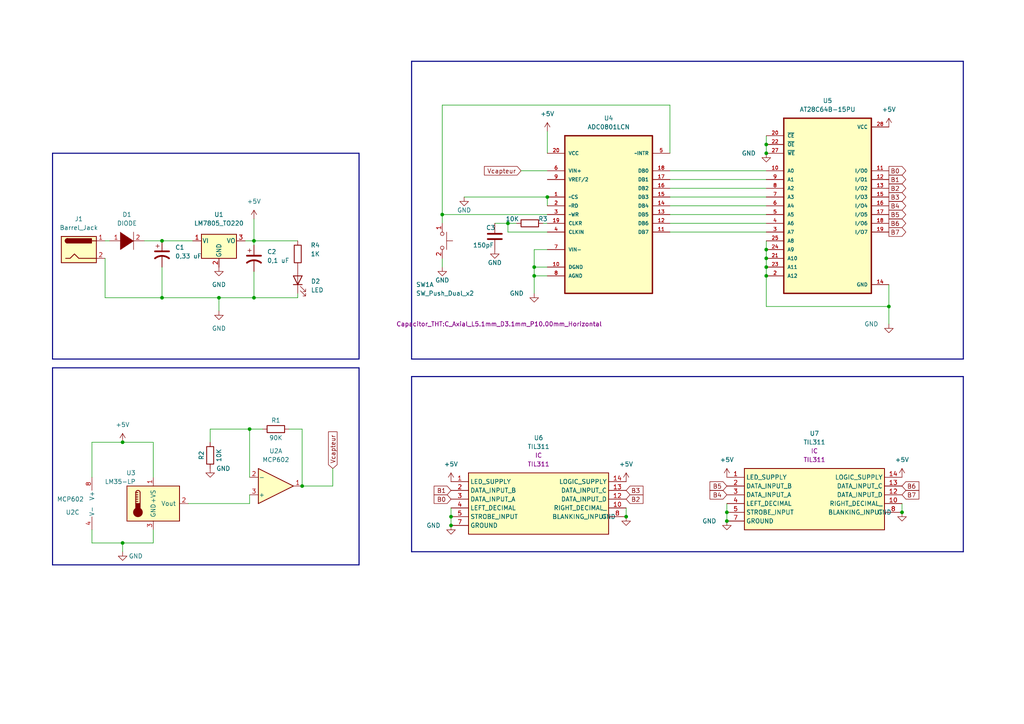
<source format=kicad_sch>
(kicad_sch (version 20211123) (generator eeschema)
  (paper "A4")
  (title_block (title "Carte Analogique capteur de température ") (date "2023-12-12") (rev "0") (company "ESME") (comment 1 "12_12_2023 : Création du schéma") (comment 2 "15_12_2023 : Fin de la saisie début du routage"))
  (lib_symbols
    (symbol "ADC0801LCN:ADC0801LCN" (pin_names (offset 1.016))
      (property "Reference" "U" (at -5.5907 22.2105 0))
      (property "Value" "ADC0801LCN" (at -6.8168 -28.1067 0))
      (symbol "ADC0801LCN_0_0"
        (rectangle (start -12.7 -25.4) (end 12.7 20.32) (stroke (width 0.4064)) (fill (type background)))
        (pin input line (at -17.78 2.54 0) (length 5.08) (name "~CS") (number "1"))
        (pin passive line (at -17.78 -17.78 0) (length 5.08) (name "DGND") (number "10"))
        (pin output line (at 17.78 -7.62 180) (length 5.08) (name "DB7") (number "11"))
        (pin output line (at 17.78 -5.08 180) (length 5.08) (name "DB6") (number "12"))
        (pin output line (at 17.78 -2.54 180) (length 5.08) (name "DB5") (number "13"))
        (pin output line (at 17.78 0 180) (length 5.08) (name "DB4") (number "14"))
        (pin output line (at 17.78 2.54 180) (length 5.08) (name "DB3") (number "15"))
        (pin output line (at 17.78 5.08 180) (length 5.08) (name "DB2") (number "16"))
        (pin output line (at 17.78 7.62 180) (length 5.08) (name "DB1") (number "17"))
        (pin output line (at 17.78 10.16 180) (length 5.08) (name "DB0") (number "18"))
        (pin input line (at -17.78 -5.08 0) (length 5.08) (name "CLKR") (number "19"))
        (pin input line (at -17.78 0 0) (length 5.08) (name "~RD") (number "2"))
        (pin power_in line (at -17.78 15.24 0) (length 5.08) (name "VCC") (number "20"))
        (pin input line (at -17.78 -2.54 0) (length 5.08) (name "~WR") (number "3"))
        (pin input line (at -17.78 -7.62 0) (length 5.08) (name "CLKIN") (number "4"))
        (pin output line (at 17.78 15.24 180) (length 5.08) (name "~INTR") (number "5"))
        (pin power_in line (at -17.78 10.16 0) (length 5.08) (name "VIN+") (number "6"))
        (pin power_in line (at -17.78 -12.7 0) (length 5.08) (name "VIN-") (number "7"))
        (pin passive line (at -17.78 -20.32 0) (length 5.08) (name "AGND") (number "8"))
        (pin power_in line (at -17.78 7.62 0) (length 5.08) (name "VREF/2") (number "9"))
      )
    )
    (symbol "AT28C64B-15PU:AT28C64B-15PU" (pin_names (offset 1.016))
      (property "Reference" "U" (at -12.7 26.4 0))
      (property "Value" "AT28C64B-15PU" (at -12.7 -29.4 0))
      (symbol "AT28C64B-15PU_0_0"
        (rectangle (start -12.7 -25.4) (end 12.7 25.4) (stroke (width 0.41)) (fill (type background)))
        (pin input line (at -17.78 10.16 0) (length 5.08) (name "A0") (number "10"))
        (pin bidirectional line (at 17.78 10.16 180) (length 5.08) (name "I/O0") (number "11"))
        (pin bidirectional line (at 17.78 7.62 180) (length 5.08) (name "I/O1") (number "12"))
        (pin bidirectional line (at 17.78 5.08 180) (length 5.08) (name "I/O2") (number "13"))
        (pin power_in line (at 17.78 -22.86 180) (length 5.08) (name "GND") (number "14"))
        (pin bidirectional line (at 17.78 2.54 180) (length 5.08) (name "I/O3") (number "15"))
        (pin bidirectional line (at 17.78 0 180) (length 5.08) (name "I/O4") (number "16"))
        (pin bidirectional line (at 17.78 -2.54 180) (length 5.08) (name "I/O5") (number "17"))
        (pin bidirectional line (at 17.78 -5.08 180) (length 5.08) (name "I/O6") (number "18"))
        (pin bidirectional line (at 17.78 -7.62 180) (length 5.08) (name "I/O7") (number "19"))
        (pin input line (at -17.78 -20.32 0) (length 5.08) (name "A12") (number "2"))
        (pin input line (at -17.78 20.32 0) (length 5.08) (name "~{CE}") (number "20"))
        (pin input line (at -17.78 -15.24 0) (length 5.08) (name "A10") (number "21"))
        (pin input line (at -17.78 17.78 0) (length 5.08) (name "~{OE}") (number "22"))
        (pin input line (at -17.78 -17.78 0) (length 5.08) (name "A11") (number "23"))
        (pin input line (at -17.78 -12.7 0) (length 5.08) (name "A9") (number "24"))
        (pin input line (at -17.78 -10.16 0) (length 5.08) (name "A8") (number "25"))
        (pin input line (at -17.78 15.24 0) (length 5.08) (name "~{WE}") (number "27"))
        (pin power_in line (at 17.78 22.86 180) (length 5.08) (name "VCC") (number "28"))
        (pin input line (at -17.78 -7.62 0) (length 5.08) (name "A7") (number "3"))
        (pin input line (at -17.78 -5.08 0) (length 5.08) (name "A6") (number "4"))
        (pin input line (at -17.78 -2.54 0) (length 5.08) (name "A5") (number "5"))
        (pin input line (at -17.78 0 0) (length 5.08) (name "A4") (number "6"))
        (pin input line (at -17.78 2.54 0) (length 5.08) (name "A3") (number "7"))
        (pin input line (at -17.78 5.08 0) (length 5.08) (name "A2") (number "8"))
        (pin input line (at -17.78 7.62 0) (length 5.08) (name "A1") (number "9"))
      )
    )
    (symbol "Amplifier_Operational:MCP602" (pin_names (offset 0.127))
      (property "Reference" "U" (at 0 5.08 0))
      (property "Value" "MCP602" (at 0 -5.08 0))
      (symbol "MCP602_1_1"
        (polyline (pts (xy -5.08 5.08) (xy 5.08 0) (xy -5.08 -5.08) (xy -5.08 5.08)) (stroke (width 0.254)) (fill (type background)))
        (pin output line (at 7.62 0 180) (length 2.54) (name "~") (number "1"))
        (pin input line (at -7.62 -2.54 0) (length 2.54) (name "-") (number "2"))
        (pin input line (at -7.62 2.54 0) (length 2.54) (name "+") (number "3"))
      )
      (symbol "MCP602_2_1"
        (polyline (pts (xy -5.08 5.08) (xy 5.08 0) (xy -5.08 -5.08) (xy -5.08 5.08)) (stroke (width 0.254)) (fill (type background)))
        (pin input line (at -7.62 2.54 0) (length 2.54) (name "+") (number "5"))
        (pin input line (at -7.62 -2.54 0) (length 2.54) (name "-") (number "6"))
        (pin output line (at 7.62 0 180) (length 2.54) (name "~") (number "7"))
      )
      (symbol "MCP602_3_1"
        (pin power_in line (at -2.54 -7.62 90) (length 3.81) (name "V-") (number "4"))
        (pin power_in line (at -2.54 7.62 270) (length 3.81) (name "V+") (number "8"))
      )
    )
    (symbol "Connector:Barrel_Jack" (pin_names (offset 1.016))
      (property "Reference" "J" (at 0 5.334 0))
      (property "Value" "Barrel_Jack" (at 0 -5.08 0))
      (symbol "Barrel_Jack_0_1"
        (rectangle (start -5.08 3.81) (end 5.08 -3.81) (stroke (width 0.254)) (fill (type background)))
        (arc (start -3.302 3.175) (mid -3.937 2.54) (end -3.302 1.905) (stroke (width 0.254)))
        (arc (start -3.302 3.175) (mid -3.937 2.54) (end -3.302 1.905) (stroke (width 0.254)) (fill (type outline)))
        (polyline (pts (xy 5.08 2.54) (xy 3.81 2.54)) (stroke (width 0.254)))
        (polyline (pts (xy -3.81 -2.54) (xy -2.54 -2.54) (xy -1.27 -1.27) (xy 0 -2.54) (xy 2.54 -2.54) (xy 5.08 -2.54)) (stroke (width 0.254)))
        (rectangle (start 3.683 3.175) (end -3.302 1.905) (stroke (width 0.254)) (fill (type outline)))
      )
      (symbol "Barrel_Jack_1_1"
        (pin passive line (at 7.62 2.54 180) (length 2.54) (name "~") (number "1"))
        (pin passive line (at 7.62 -2.54 180) (length 2.54) (name "~") (number "2"))
      )
    )
    (symbol "Device:C" (pin_numbers hide) (pin_names (offset 0.254))
      (property "Reference" "C" (at 0.635 2.54 0))
      (property "Value" "C" (at 0.635 -2.54 0))
      (symbol "C_0_1"
        (polyline (pts (xy -2.032 -0.762) (xy 2.032 -0.762)) (stroke (width 0.508)))
        (polyline (pts (xy -2.032 0.762) (xy 2.032 0.762)) (stroke (width 0.508)))
      )
      (symbol "C_1_1"
        (pin passive line (at 0 3.81 270) (length 2.794) (name "~") (number "1"))
        (pin passive line (at 0 -3.81 90) (length 2.794) (name "~") (number "2"))
      )
    )
    (symbol "Device:C_Polarized_US" (pin_numbers hide) (pin_names (offset 0.254) hide)
      (property "Reference" "C" (at 0.635 2.54 0))
      (property "Value" "C_Polarized_US" (at 0.635 -2.54 0))
      (symbol "C_Polarized_US_0_1"
        (polyline (pts (xy -2.032 0.762) (xy 2.032 0.762)) (stroke (width 0.508)))
        (polyline (pts (xy -1.778 2.286) (xy -0.762 2.286)))
        (polyline (pts (xy -1.27 1.778) (xy -1.27 2.794)))
        (arc (start 2.032 -1.27) (mid 0 -0.5572) (end -2.032 -1.27) (stroke (width 0.508)))
      )
      (symbol "C_Polarized_US_1_1"
        (pin passive line (at 0 3.81 270) (length 2.794) (name "~") (number "1"))
        (pin passive line (at 0 -3.81 90) (length 3.302) (name "~") (number "2"))
      )
    )
    (symbol "Device:LED" (pin_numbers hide) (pin_names (offset 1.016) hide)
      (property "Reference" "D" (at 0 2.54 0))
      (property "Value" "LED" (at 0 -2.54 0))
      (symbol "LED_0_1"
        (polyline (pts (xy -1.27 -1.27) (xy -1.27 1.27)) (stroke (width 0.254)))
        (polyline (pts (xy -1.27 0) (xy 1.27 0)))
        (polyline (pts (xy 1.27 -1.27) (xy 1.27 1.27) (xy -1.27 0) (xy 1.27 -1.27)) (stroke (width 0.254)))
        (polyline (pts (xy -3.048 -0.762) (xy -4.572 -2.286) (xy -3.81 -2.286) (xy -4.572 -2.286) (xy -4.572 -1.524)))
        (polyline (pts (xy -1.778 -0.762) (xy -3.302 -2.286) (xy -2.54 -2.286) (xy -3.302 -2.286) (xy -3.302 -1.524)))
      )
      (symbol "LED_1_1"
        (pin passive line (at -3.81 0 0) (length 2.54) (name "K") (number "1"))
        (pin passive line (at 3.81 0 180) (length 2.54) (name "A") (number "2"))
      )
    )
    (symbol "Device:R" (pin_numbers hide) (pin_names (offset 0))
      (property "Reference" "R" (at 2.032 0 90))
      (property "Value" "R" (at 0 0 90))
      (symbol "R_0_1"
        (rectangle (start -1.016 -2.54) (end 1.016 2.54) (stroke (width 0.254)))
      )
      (symbol "R_1_1"
        (pin passive line (at 0 3.81 270) (length 1.27) (name "~") (number "1"))
        (pin passive line (at 0 -3.81 90) (length 1.27) (name "~") (number "2"))
      )
    )
    (symbol "Regulator_Linear:LM7805_TO220" (pin_names (offset 0.254))
      (property "Reference" "U" (at -3.81 3.175 0))
      (property "Value" "LM7805_TO220" (at 0 3.175 0))
      (symbol "LM7805_TO220_0_1"
        (rectangle (start -5.08 1.905) (end 5.08 -5.08) (stroke (width 0.254)) (fill (type background)))
      )
      (symbol "LM7805_TO220_1_1"
        (pin power_in line (at -7.62 0 0) (length 2.54) (name "VI") (number "1"))
        (pin power_in line (at 0 -7.62 90) (length 2.54) (name "GND") (number "2"))
        (pin power_out line (at 7.62 0 180) (length 2.54) (name "VO") (number "3"))
      )
    )
    (symbol "Sensor_Temperature:LM35-LP" (pin_names (offset 1.016))
      (property "Reference" "U" (at -6.35 6.35 0))
      (property "Value" "LM35-LP" (at 1.27 6.35 0))
      (symbol "LM35-LP_0_1"
        (rectangle (start -7.62 5.08) (end 7.62 -5.08) (stroke (width 0.254)) (fill (type background)))
        (circle (center -4.445 -2.54) (radius 1.27) (stroke (width 0.254)) (fill (type outline)))
        (rectangle (start -3.81 -1.905) (end -5.08 0) (stroke (width 0.254)) (fill (type outline)))
        (arc (start -3.81 3.175) (mid -4.445 3.81) (end -5.08 3.175) (stroke (width 0.254)))
        (polyline (pts (xy -5.08 0.635) (xy -4.445 0.635)) (stroke (width 0.254)))
        (polyline (pts (xy -5.08 1.27) (xy -4.445 1.27)) (stroke (width 0.254)))
        (polyline (pts (xy -5.08 1.905) (xy -4.445 1.905)) (stroke (width 0.254)))
        (polyline (pts (xy -5.08 2.54) (xy -4.445 2.54)) (stroke (width 0.254)))
        (polyline (pts (xy -5.08 3.175) (xy -5.08 0)) (stroke (width 0.254)))
        (polyline (pts (xy -5.08 3.175) (xy -4.445 3.175)) (stroke (width 0.254)))
        (polyline (pts (xy -3.81 3.175) (xy -3.81 0)) (stroke (width 0.254)))
      )
      (symbol "LM35-LP_1_1"
        (pin power_in line (at 0 7.62 270) (length 2.54) (name "+VS") (number "1"))
        (pin output line (at 10.16 0 180) (length 2.54) (name "Vout") (number "2"))
        (pin power_in line (at 0 -7.62 90) (length 2.54) (name "GND") (number "3"))
      )
    )
    (symbol "Switch:SW_Push_Dual_x2" (pin_names (offset 1.016) hide)
      (property "Reference" "SW" (at 1.27 2.54 0))
      (property "Value" "SW_Push_Dual_x2" (at 0 -1.524 0))
      (symbol "SW_Push_Dual_x2_0_1"
        (circle (center -2.032 0) (radius 0.508))
        (polyline (pts (xy 0 1.27) (xy 0 3.048)))
        (polyline (pts (xy 2.54 1.27) (xy -2.54 1.27)))
        (circle (center 2.032 0) (radius 0.508))
      )
      (symbol "SW_Push_Dual_x2_1_1"
        (pin passive line (at -5.08 0 0) (length 2.54) (name "C") (number "1"))
        (pin passive line (at 5.08 0 180) (length 2.54) (name "D") (number "2"))
      )
      (symbol "SW_Push_Dual_x2_2_1"
        (pin passive line (at -5.08 0 0) (length 2.54) (name "C") (number "3"))
        (pin passive line (at 5.08 0 180) (length 2.54) (name "D") (number "4"))
      )
    )
    (symbol "TIL311:TIL311"
      (property "Value" "TIL311" (at 0 0 0))
      (property "Reference_1" "IC" (at 46.99 7.62 0))
      (property "Value_1" "TIL311" (at 46.99 5.08 0))
      (symbol "TIL311_1_1"
        (rectangle (start 5.08 2.54) (end 45.72 -15.24) (stroke (width 0.254)) (fill (type background)))
        (pin passive line (at 0 0 0) (length 5.08) (name "LED_SUPPLY") (number "1"))
        (pin passive line (at 50.8 -7.62 180) (length 5.08) (name "RIGHT_DECIMAL_") (number "10"))
        (pin passive line (at 50.8 -5.08 180) (length 5.08) (name "DATA_INPUT_D") (number "12"))
        (pin passive line (at 50.8 -2.54 180) (length 5.08) (name "DATA_INPUT_C") (number "13"))
        (pin passive line (at 50.8 0 180) (length 5.08) (name "LOGIC_SUPPLY") (number "14"))
        (pin passive line (at 0 -2.54 0) (length 5.08) (name "DATA_INPUT_B") (number "2"))
        (pin passive line (at 0 -5.08 0) (length 5.08) (name "DATA_INPUT_A") (number "3"))
        (pin passive line (at 0 -7.62 0) (length 5.08) (name "LEFT_DECIMAL") (number "4"))
        (pin passive line (at 0 -10.16 0) (length 5.08) (name "STROBE_INPUT") (number "5"))
        (pin passive line (at 0 -12.7 0) (length 5.08) (name "GROUND") (number "7"))
        (pin passive line (at 50.8 -10.16 180) (length 5.08) (name "BLANKING_INPUT") (number "8"))
      )
    )
    (symbol "power:+5V" (power) (pin_names (offset 0))
      (property "Value" "+5V" (at 0 3.556 0))
      (symbol "+5V_0_1"
        (polyline (pts (xy -0.762 1.27) (xy 0 2.54)))
        (polyline (pts (xy 0 0) (xy 0 2.54)))
        (polyline (pts (xy 0 2.54) (xy 0.762 1.27)))
      )
      (symbol "+5V_1_1"
        (pin power_in line (at 0 0 90) (length 0) hide (name "+5V") (number "1"))
      )
    )
    (symbol "power:GND" (power) (pin_names (offset 0))
      (property "Value" "GND" (at 0 -3.81 0))
      (symbol "GND_0_1"
        (polyline (pts (xy 0 0) (xy 0 -1.27) (xy 1.27 -1.27) (xy 0 -2.54) (xy -1.27 -1.27) (xy 0 -1.27)))
      )
      (symbol "GND_1_1"
        (pin power_in line (at 0 0 270) (length 0) hide (name "GND") (number "1"))
      )
    )
    (symbol "pspice:DIODE" (pin_names (offset 1.016) hide)
      (property "Reference" "D" (at 0 3.81 0))
      (property "Value" "DIODE" (at 0 -4.445 0))
      (symbol "DIODE_0_1"
        (polyline (pts (xy 1.905 2.54) (xy 1.905 -2.54)))
        (polyline (pts (xy -1.905 2.54) (xy -1.905 -2.54) (xy 1.905 0)) (fill (type outline)))
      )
      (symbol "DIODE_1_1"
        (pin input line (at -5.08 0 0) (length 3.81) (name "K") (number "1"))
        (pin input line (at 5.08 0 180) (length 3.81) (name "A") (number "2"))
      )
    )
  )
  (junction (at 222.25 72.39))
  (junction (at 128.27 62.23))
  (junction (at 73.66 86.36))
  (junction (at 35.56 157.48))
  (junction (at 46.99 69.85))
  (junction (at 222.25 80.01))
  (junction (at 222.25 41.91))
  (junction (at 222.25 74.93))
  (junction (at 257.81 88.9))
  (junction (at 63.5 86.36))
  (junction (at 73.66 69.85))
  (junction (at 72.39 124.46))
  (junction (at 222.25 44.45))
  (junction (at 158.75 57.15))
  (junction (at 87.63 140.97))
  (junction (at 210.82 151.13))
  (junction (at 210.82 148.59))
  (junction (at 147.32 64.77))
  (junction (at 130.81 149.86))
  (junction (at 154.94 80.01))
  (junction (at 222.25 77.47))
  (junction (at 130.81 152.4))
  (junction (at 35.56 128.27))
  (junction (at 46.99 86.36))
  (junction (at 261.62 148.59))
  (junction (at 154.94 77.47))
  (junction (at 181.61 149.86))
  (wire (pts (xy 46.99 77.47) (xy 46.99 86.36)))
  (wire (pts (xy 181.61 147.32) (xy 181.61 149.86)))
  (wire (pts (xy 26.67 153.67) (xy 26.67 157.48)))
  (wire (pts (xy 44.45 128.27) (xy 35.56 128.27)))
  (wire (pts (xy 44.45 138.43) (xy 44.45 128.27)))
  (wire (pts (xy 46.99 69.85) (xy 55.88 69.85)))
  (wire (pts (xy 222.25 67.31) (xy 194.31 67.31)))
  (wire (pts (xy 26.67 128.27) (xy 26.67 138.43)))
  (wire (pts (xy 158.75 72.39) (xy 154.94 72.39)))
  (bus (pts (xy 15.24 44.45) (xy 104.14 44.45)))
  (wire (pts (xy 128.27 30.48) (xy 128.27 62.23)))
  (wire (pts (xy 222.25 57.15) (xy 194.31 57.15)))
  (wire (pts (xy 222.25 39.37) (xy 222.25 41.91)))
  (wire (pts (xy 154.94 80.01) (xy 158.75 80.01)))
  (bus (pts (xy 104.14 106.68) (xy 104.14 163.83)))
  (wire (pts (xy 147.32 64.77) (xy 147.32 67.31)))
  (wire (pts (xy 158.75 62.23) (xy 128.27 62.23)))
  (wire (pts (xy 128.27 77.47) (xy 128.27 74.93)))
  (wire (pts (xy 222.25 62.23) (xy 194.31 62.23)))
  (wire (pts (xy 46.99 86.36) (xy 63.5 86.36)))
  (wire (pts (xy 222.25 77.47) (xy 222.25 80.01)))
  (wire (pts (xy 44.45 157.48) (xy 35.56 157.48)))
  (bus (pts (xy 279.4 160.02) (xy 279.4 109.22)))
  (wire (pts (xy 157.48 64.77) (xy 158.75 64.77)))
  (wire (pts (xy 210.82 148.59) (xy 210.82 151.13)))
  (wire (pts (xy 222.25 64.77) (xy 194.31 64.77)))
  (wire (pts (xy 158.75 57.15) (xy 134.62 57.15)))
  (wire (pts (xy 222.25 80.01) (xy 222.25 88.9)))
  (wire (pts (xy 35.56 157.48) (xy 26.67 157.48)))
  (wire (pts (xy 63.5 86.36) (xy 73.66 86.36)))
  (wire (pts (xy 83.82 124.46) (xy 87.63 124.46)))
  (wire (pts (xy 158.75 57.15) (xy 158.75 59.69)))
  (bus (pts (xy 104.14 106.68) (xy 15.24 106.68)))
  (wire (pts (xy 60.96 124.46) (xy 72.39 124.46)))
  (wire (pts (xy 72.39 146.05) (xy 72.39 143.51)))
  (wire (pts (xy 72.39 124.46) (xy 76.2 124.46)))
  (wire (pts (xy 210.82 146.05) (xy 210.82 148.59)))
  (wire (pts (xy 73.66 63.5) (xy 73.66 69.85)))
  (wire (pts (xy 154.94 77.47) (xy 154.94 80.01)))
  (wire (pts (xy 35.56 157.48) (xy 35.56 160.02)))
  (wire (pts (xy 194.31 44.45) (xy 194.31 30.48)))
  (wire (pts (xy 54.61 146.05) (xy 72.39 146.05)))
  (bus (pts (xy 15.24 106.68) (xy 15.24 163.83)))
  (wire (pts (xy 154.94 77.47) (xy 158.75 77.47)))
  (bus (pts (xy 119.38 160.02) (xy 279.4 160.02)))
  (wire (pts (xy 222.25 52.07) (xy 194.31 52.07)))
  (wire (pts (xy 30.48 69.85) (xy 31.75 69.85)))
  (wire (pts (xy 222.25 74.93) (xy 222.25 77.47)))
  (wire (pts (xy 60.96 124.46) (xy 60.96 128.27)))
  (wire (pts (xy 87.63 124.46) (xy 87.63 140.97)))
  (wire (pts (xy 158.75 38.1) (xy 158.75 44.45)))
  (wire (pts (xy 222.25 54.61) (xy 194.31 54.61)))
  (wire (pts (xy 151.13 49.53) (xy 158.75 49.53)))
  (bus (pts (xy 119.38 109.22) (xy 119.38 160.02)))
  (bus (pts (xy 104.14 104.14) (xy 104.14 44.45)))
  (wire (pts (xy 30.48 86.36) (xy 30.48 74.93)))
  (wire (pts (xy 222.25 69.85) (xy 222.25 72.39)))
  (wire (pts (xy 63.5 86.36) (xy 63.5 90.17)))
  (wire (pts (xy 72.39 124.46) (xy 72.39 138.43)))
  (wire (pts (xy 154.94 72.39) (xy 154.94 77.47)))
  (wire (pts (xy 96.52 140.97) (xy 96.52 135.89)))
  (bus (pts (xy 119.38 17.78) (xy 119.38 104.14)))
  (wire (pts (xy 73.66 86.36) (xy 86.36 86.36)))
  (wire (pts (xy 73.66 78.74) (xy 73.66 86.36)))
  (wire (pts (xy 128.27 62.23) (xy 128.27 64.77)))
  (bus (pts (xy 279.4 104.14) (xy 119.38 104.14)))
  (wire (pts (xy 147.32 67.31) (xy 158.75 67.31)))
  (wire (pts (xy 222.25 88.9) (xy 257.81 88.9)))
  (bus (pts (xy 15.24 163.83) (xy 104.14 163.83)))
  (wire (pts (xy 86.36 86.36) (xy 86.36 85.09)))
  (wire (pts (xy 194.31 30.48) (xy 128.27 30.48)))
  (wire (pts (xy 257.81 93.98) (xy 257.81 88.9)))
  (wire (pts (xy 147.32 64.77) (xy 143.51 64.77)))
  (wire (pts (xy 30.48 86.36) (xy 46.99 86.36)))
  (wire (pts (xy 222.25 41.91) (xy 222.25 44.45)))
  (wire (pts (xy 222.25 49.53) (xy 194.31 49.53)))
  (bus (pts (xy 15.24 104.14) (xy 104.14 104.14)))
  (wire (pts (xy 44.45 153.67) (xy 44.45 157.48)))
  (bus (pts (xy 15.24 44.45) (xy 15.24 104.14)))
  (wire (pts (xy 222.25 72.39) (xy 222.25 74.93)))
  (wire (pts (xy 154.94 80.01) (xy 154.94 85.09)))
  (wire (pts (xy 130.81 149.86) (xy 130.81 152.4)))
  (bus (pts (xy 119.38 17.78) (xy 279.4 17.78)))
  (wire (pts (xy 71.12 69.85) (xy 73.66 69.85)))
  (bus (pts (xy 279.4 17.78) (xy 279.4 104.14)))
  (wire (pts (xy 73.66 69.85) (xy 86.36 69.85)))
  (wire (pts (xy 87.63 140.97) (xy 96.52 140.97)))
  (wire (pts (xy 73.66 69.85) (xy 73.66 71.12)))
  (wire (pts (xy 41.91 69.85) (xy 46.99 69.85)))
  (wire (pts (xy 130.81 147.32) (xy 130.81 149.86)))
  (wire (pts (xy 222.25 59.69) (xy 194.31 59.69)))
  (wire (pts (xy 257.81 88.9) (xy 257.81 82.55)))
  (wire (pts (xy 35.56 128.27) (xy 26.67 128.27)))
  (wire (pts (xy 261.62 146.05) (xy 261.62 148.59)))
  (wire (pts (xy 149.86 64.77) (xy 147.32 64.77)))
  (bus (pts (xy 279.4 109.22) (xy 119.38 109.22)))
  (global_label "B0" (shape input) (at 130.81 144.78 180) (property "Intersheet References" "${INTERSHEET_REFS}" (effects hide)))
  (global_label "B6" (shape input) (at 261.62 140.97 0) (property "Intersheet References" "${INTERSHEET_REFS}" (effects hide)))
  (global_label "B2" (shape input) (at 181.61 144.78 0) (property "Intersheet References" "${INTERSHEET_REFS}" (effects hide)))
  (global_label "B4" (shape output) (at 257.81 59.69 0) (property "Intersheet References" "${INTERSHEET_REFS}" (effects hide)))
  (global_label "B4" (shape input) (at 210.82 143.51 180) (property "Intersheet References" "${INTERSHEET_REFS}" (effects hide)))
  (global_label "B7" (shape input) (at 261.62 143.51 0) (property "Intersheet References" "${INTERSHEET_REFS}" (effects hide)))
  (global_label "B1" (shape input) (at 130.81 142.24 180) (property "Intersheet References" "${INTERSHEET_REFS}" (effects hide)))
  (global_label "B2" (shape output) (at 257.81 54.61 0) (property "Intersheet References" "${INTERSHEET_REFS}" (effects hide)))
  (global_label "Vcapteur" (shape input) (at 96.52 135.89 90) (property "Intersheet References" "${INTERSHEET_REFS}" (effects hide)))
  (global_label "B3" (shape output) (at 257.81 57.15 0) (property "Intersheet References" "${INTERSHEET_REFS}" (effects hide)))
  (global_label "B1" (shape output) (at 257.81 52.07 0) (property "Intersheet References" "${INTERSHEET_REFS}" (effects hide)))
  (global_label "B0" (shape output) (at 257.81 49.53 0) (property "Intersheet References" "${INTERSHEET_REFS}" (effects hide)))
  (global_label "B5" (shape output) (at 257.81 62.23 0) (property "Intersheet References" "${INTERSHEET_REFS}" (effects hide)))
  (global_label "B3" (shape input) (at 181.61 142.24 0) (property "Intersheet References" "${INTERSHEET_REFS}" (effects hide)))
  (global_label "B5" (shape input) (at 210.82 140.97 180) (property "Intersheet References" "${INTERSHEET_REFS}" (effects hide)))
  (global_label "B7" (shape output) (at 257.81 67.31 0) (property "Intersheet References" "${INTERSHEET_REFS}" (effects hide)))
  (global_label "Vcapteur" (shape input) (at 151.13 49.53 180) (property "Intersheet References" "${INTERSHEET_REFS}" (effects hide)))
  (global_label "B6" (shape output) (at 257.81 64.77 0) (property "Intersheet References" "${INTERSHEET_REFS}" (effects hide)))
  (symbol (lib_id "power:GND") (at 130.81 152.4 0) (unit 1)
    (property "Reference" "#PWR0118" (effects hide))
    (property "Value" "GND" (at 125.73 152.4 0))
  )
  (symbol (lib_id "power:+5V") (at 158.75 38.1 0) (unit 1)
    (property "Reference" "#PWR0120" (effects hide))
    (property "Value" "+5V" (at 158.75 33.02 0))
  )
  (symbol (lib_id "power:GND") (at 154.94 85.09 0) (unit 1)
    (property "Reference" "#PWR0102" (effects hide))
    (property "Value" "GND" (at 149.86 85.09 0))
  )
  (symbol (lib_id "Device:R") (at 60.96 132.08 0) (unit 1)
    (property "Reference" "R2" (at 58.42 132.08 90))
    (property "Value" "10K" (at 63.5 132.08 90))
    (property "Footprint" "Resistor_THT:R_Axial_DIN0411_L9.9mm_D3.6mm_P7.62mm_Vertical" (effects hide))
  )
  (symbol (lib_id "power:GND") (at 63.5 77.47 0) (unit 1)
    (property "Reference" "#PWR0123" (effects hide))
    (property "Value" "GND" (at 63.5 82.55 0))
  )
  (symbol (lib_id "Device:LED") (at 86.36 81.28 90) (unit 1)
    (property "Reference" "D2" (at 90.17 81.5974 90) (effects (justify right)))
    (property "Value" "LED" (at 90.17 84.1374 90) (effects (justify right)))
    (property "Footprint" "LED_THT:LED_D8.0mm" (effects hide))
  )
  (symbol (lib_id "Regulator_Linear:LM7805_TO220") (at 63.5 69.85 0) (unit 1)
    (property "Reference" "U1" (at 63.5 62.23 0))
    (property "Value" "LM7805_TO220" (at 63.5 64.77 0))
    (property "Footprint" "Package_TO_SOT_THT:TO-220-3_Vertical" (effects hide))
    (property "Datasheet" "https://www.onsemi.cn/PowerSolutions/document/MC7800-D.PDF" (effects hide))
  )
  (symbol (lib_id "power:+5V") (at 261.62 138.43 0) (unit 1)
    (property "Reference" "#PWR0110" (effects hide))
    (property "Value" "+5V" (at 261.62 133.35 0))
  )
  (symbol (lib_id "power:+5V") (at 210.82 138.43 0) (unit 1)
    (property "Reference" "#PWR0106" (effects hide))
    (property "Value" "+5V" (at 210.82 133.35 0))
  )
  (symbol (lib_id "power:GND") (at 63.5 90.17 0) (unit 1)
    (property "Reference" "#PWR0113" (effects hide))
    (property "Value" "GND" (at 63.5 95.25 0))
  )
  (symbol (lib_id "TIL311:TIL311") (at 130.81 139.7 0) (unit 1)
    (property "Reference" "U6" (at 156.21 127 0))
    (property "Value" "TIL311" (at 156.21 129.54 0))
    (property "Footprint" "lib:TIL311" (effects hide))
    (property "Reference_1" "IC" (at 156.21 132.08 0))
    (property "Value_1" "TIL311" (at 156.21 134.62 0))
    (property "Footprint_1" "TIL311" (effects hide))
    (property "Datasheet_1" "https://eagle.componentsearchengine.com/Datasheets/1/TIL311.pdf" (effects hide))
    (property "Height" "3.6" (effects hide))
    (property "Mouser Part Number" "N/A" (effects hide))
    (property "Mouser Price/Stock" "https://www.mouser.co.uk/ProductDetail/ams/TIL311?qs=z4U2ITk9h2K7MJJ9y%252Bw8vQ%3D%3D" (effects hide))
    (property "Manufacturer_Name" "ams" (effects hide))
    (property "Manufacturer_Part_Number" "TIL311" (effects hide))
  )
  (symbol (lib_id "power:GND") (at 257.81 93.98 0) (unit 1)
    (property "Reference" "#PWR0119" (effects hide))
    (property "Value" "GND" (at 252.73 93.98 0))
  )
  (symbol (lib_id "Connector:Barrel_Jack") (at 22.86 72.39 0) (unit 1)
    (property "Reference" "J1" (at 22.86 63.5 0))
    (property "Value" "Barrel_Jack" (at 22.86 66.04 0))
    (property "Footprint" "Connector_BarrelJack:BarrelJack_CUI_PJ-063AH_Horizontal" (effects hide))
  )
  (symbol (lib_id "TIL311:TIL311") (at 210.82 138.43 0) (unit 1)
    (property "Reference" "U7" (at 236.22 125.73 0))
    (property "Value" "TIL311" (at 236.22 128.27 0))
    (property "Footprint" "lib:TIL311" (effects hide))
    (property "Reference_1" "IC" (at 236.22 130.81 0))
    (property "Value_1" "TIL311" (at 236.22 133.35 0))
    (property "Footprint_1" "TIL311" (effects hide))
    (property "Datasheet_1" "https://eagle.componentsearchengine.com/Datasheets/1/TIL311.pdf" (effects hide))
    (property "Height" "3.6" (effects hide))
    (property "Mouser Part Number" "N/A" (effects hide))
    (property "Mouser Price/Stock" "https://www.mouser.co.uk/ProductDetail/ams/TIL311?qs=z4U2ITk9h2K7MJJ9y%252Bw8vQ%3D%3D" (effects hide))
    (property "Manufacturer_Name" "ams" (effects hide))
    (property "Manufacturer_Part_Number" "TIL311" (effects hide))
  )
  (symbol (lib_id "power:GND") (at 60.96 135.89 0) (unit 1)
    (property "Reference" "#PWR0115" (effects hide))
    (property "Value" "GND" (at 64.77 135.89 0))
  )
  (symbol (lib_id "Amplifier_Operational:MCP602") (at 29.21 146.05 0) (unit 3)
    (property "Reference" "U2" (at 19.05 148.59 0) (effects (justify left)))
    (property "Value" "MCP602" (at 16.51 144.78 0) (effects (justify left)))
    (property "Footprint" "Package_DIP:DIP-8_W10.16mm" (effects hide))
    (property "Datasheet" "http://ww1.microchip.com/downloads/en/DeviceDoc/21314g.pdf" (effects hide))
  )
  (symbol (lib_id "Device:R") (at 86.36 73.66 0) (unit 1)
    (property "Reference" "R4" (at 91.44 71.12 0))
    (property "Value" "1K" (at 91.44 73.66 0))
    (property "Footprint" "Resistor_THT:R_Axial_DIN0411_L9.9mm_D3.6mm_P7.62mm_Vertical" (effects hide))
  )
  (symbol (lib_id "power:+5V") (at 181.61 139.7 0) (unit 1)
    (property "Reference" "#PWR0105" (effects hide))
    (property "Value" "+5V" (at 181.61 134.62 0))
  )
  (symbol (lib_id "power:+5V") (at 73.66 63.5 0) (unit 1)
    (property "Reference" "#PWR0112" (effects hide))
    (property "Value" "+5V" (at 73.66 58.42 0))
  )
  (symbol (lib_id "Device:R") (at 153.67 64.77 270) (unit 1)
    (property "Reference" "R3" (at 157.48 63.5 90))
    (property "Value" "10K" (at 148.59 63.5 90))
    (property "Footprint" "Resistor_THT:R_Axial_DIN0411_L9.9mm_D3.6mm_P7.62mm_Vertical" (effects hide))
  )
  (symbol (lib_id "Device:R") (at 80.01 124.46 270) (unit 1)
    (property "Reference" "R1" (at 80.01 121.92 90))
    (property "Value" "90K" (at 80.01 127 90))
    (property "Footprint" "Resistor_THT:R_Axial_DIN0411_L9.9mm_D3.6mm_P7.62mm_Vertical" (effects hide))
  )
  (symbol (lib_id "power:GND") (at 181.61 149.86 0) (unit 1)
    (property "Reference" "#PWR0107" (effects hide))
    (property "Value" "GND" (at 176.53 149.86 0))
  )
  (symbol (lib_id "power:GND") (at 128.27 77.47 0) (unit 1)
    (property "Reference" "#PWR0101" (effects hide))
    (property "Value" "GND" (at 128.27 81.28 0))
  )
  (symbol (lib_id "power:+5V") (at 257.81 36.83 0) (unit 1)
    (property "Reference" "#PWR0121" (effects hide))
    (property "Value" "+5V" (at 257.81 31.75 0))
  )
  (symbol (lib_id "power:GND") (at 35.56 160.02 0) (unit 1)
    (property "Reference" "#PWR0114" (effects hide))
    (property "Value" "GND" (at 39.37 161.29 0))
  )
  (symbol (lib_id "power:GND") (at 210.82 151.13 0) (unit 1)
    (property "Reference" "#PWR0108" (effects hide))
    (property "Value" "GND" (at 205.74 151.13 0))
  )
  (symbol (lib_id "Device:C") (at 143.51 68.58 0) (unit 1)
    (property "Reference" "C3" (at 140.97 66.04 0) (effects (justify left)))
    (property "Value" "150pF" (at 137.16 71.12 0) (effects (justify left)))
    (property "Footprint" "Capacitor_THT:C_Axial_L5.1mm_D3.1mm_P10.00mm_Horizontal" (at 144.78 93.98 0))
  )
  (symbol (lib_id "Amplifier_Operational:MCP602") (at 80.01 140.97 0) (mirror x) (unit 1)
    (property "Reference" "U2" (at 80.01 130.81 0))
    (property "Value" "MCP602" (at 80.01 133.35 0))
    (property "Footprint" "Package_DIP:DIP-8_W10.16mm" (effects hide))
    (property "Datasheet" "http://ww1.microchip.com/downloads/en/DeviceDoc/21314g.pdf" (effects hide))
  )
  (symbol (lib_id "Device:C_Polarized_US") (at 46.99 73.66 0) (unit 1)
    (property "Reference" "C1" (at 50.8 71.7549 0) (effects (justify left)))
    (property "Value" "0,33 uF" (at 50.8 74.2949 0) (effects (justify left)))
    (property "Footprint" "Capacitor_THT:CP_Radial_D7.5mm_P2.50mm" (effects hide))
  )
  (symbol (lib_id "pspice:DIODE") (at 36.83 69.85 0) (unit 1)
    (property "Reference" "D1" (at 36.83 62.23 0))
    (property "Value" "DIODE" (at 36.83 64.77 0))
    (property "Footprint" "Diode_THT:D_A-405_P12.70mm_Horizontal" (effects hide))
  )
  (symbol (lib_id "AT28C64B-15PU:AT28C64B-15PU") (at 240.03 59.69 0) (unit 1)
    (property "Reference" "U5" (at 240.03 29.21 0))
    (property "Value" "AT28C64B-15PU" (at 240.03 31.75 0))
    (property "Footprint" "lib:EEPROM" (effects hide))
    (property "MF" "Microchip" (effects hide))
    (property "MAXIMUM_PACKAGE_HEIGHT" "4.826 mm" (effects hide))
    (property "Package" "DIP-28 Atmel" (effects hide))
    (property "Price" "None" (effects hide))
    (property "Check_prices" "https://www.snapeda.com/parts/AT28C64B-15PU/Microchip/view-part/?ref=eda" (effects hide))
    (property "STANDARD" "IPC 7351B" (effects hide))
    (property "PARTREV" "B" (effects hide))
    (property "SnapEDA_Link" "https://www.snapeda.com/parts/AT28C64B-15PU/Microchip/view-part/?ref=snap" (effects hide))
    (property "MP" "AT28C64B-15PU" (effects hide))
    (property "Purchase-URL" "https://www.snapeda.com/api/url_track_click_mouser/?unipart_id=290407&manufacturer=Microchip&part_name=AT28C64B-15PU&search_term=None" (effects hide))
    (property "Description" "\nAT28C64B-15PU Parallel EEPROM Memory, 64kbit, 150ns, 4.5 to 5.5 V 28-Pin PDIP | Microchip Technology Inc. AT28C64B-15PU\n" (effects hide))
    (property "Availability" "In Stock" (effects hide))
    (property "MANUFACTURER" "Microchip Technology" (effects hide))
  )
  (symbol (lib_id "power:GND") (at 134.62 57.15 0) (unit 1)
    (property "Reference" "#PWR0104" (effects hide))
    (property "Value" "GND" (at 134.62 60.96 0))
  )
  (symbol (lib_id "power:GND") (at 222.25 44.45 0) (unit 1)
    (property "Reference" "#PWR0122" (effects hide))
    (property "Value" "GND" (at 217.17 44.45 0))
  )
  (symbol (lib_id "ADC0801LCN:ADC0801LCN") (at 176.53 59.69 0) (unit 1)
    (property "Reference" "U4" (at 176.53 34.29 0))
    (property "Value" "ADC0801LCN" (at 176.53 36.83 0))
    (property "Footprint" "lib:DIP254P762X508-20" (effects hide))
    (property "MF" "Texas Instruments" (effects hide))
    (property "DESCRIPTION" "A/D converters" (effects hide))
    (property "PACKAGE" "DIP-20" (effects hide))
    (property "MPN" "ADC0801LCN" (effects hide))
    (property "Price" "None" (effects hide))
    (property "Package" "DIP-20 Texas Instruments" (effects hide))
    (property "Check_prices" "https://www.snapeda.com/parts/ADC0801LCN/NOPB/Texas+Instruments/view-part/?ref=eda" (effects hide))
    (property "OC_FARNELL" "-" (effects hide))
    (property "SnapEDA_Link" "https://www.snapeda.com/parts/ADC0801LCN/NOPB/Texas+Instruments/view-part/?ref=snap" (effects hide))
    (property "MP" "ADC0801LCN/NOPB" (effects hide))
    (property "Purchase-URL" "https://www.snapeda.com/api/url_track_click_mouser/?unipart_id=141130&manufacturer=Texas Instruments&part_name=ADC0801LCN/NOPB&search_term=adc0801" (effects hide))
    (property "SUPPLIER" "NationalSemiconductor" (effects hide))
    (property "OC_NEWARK" "41K1419" (effects hide))
    (property "Availability" "In Stock" (effects hide))
    (property "Description" "\n8 Bit Analog to Digital Converter 1 Input 1 SAR 20-PDIP\n" (effects hide))
  )
  (symbol (lib_id "power:GND") (at 143.51 72.39 0) (unit 1)
    (property "Reference" "#PWR0103" (effects hide))
    (property "Value" "GND" (at 143.51 76.2 0))
  )
  (symbol (lib_id "Sensor_Temperature:LM35-LP") (at 44.45 146.05 0) (unit 1)
    (property "Reference" "U3" (at 39.37 137.16 0) (effects (justify right)))
    (property "Value" "LM35-LP" (at 39.37 139.7 0) (effects (justify right)))
    (property "Footprint" "Package_TO_SOT_THT:TO-92" (effects hide))
    (property "Datasheet" "http://www.ti.com/lit/ds/symlink/lm35.pdf" (effects hide))
  )
  (symbol (lib_id "Device:C_Polarized_US") (at 73.66 74.93 0) (unit 1)
    (property "Reference" "C2" (at 77.47 73.0249 0) (effects (justify left)))
    (property "Value" "0,1 uF" (at 77.47 75.5649 0) (effects (justify left)))
    (property "Footprint" "Capacitor_THT:CP_Radial_D8.0mm_P3.80mm" (effects hide))
  )
  (symbol (lib_id "power:+5V") (at 130.81 139.7 0) (unit 1)
    (property "Reference" "#PWR0117" (effects hide))
    (property "Value" "+5V" (at 130.81 134.62 0))
  )
  (symbol (lib_id "Switch:SW_Push_Dual_x2") (at 128.27 69.85 270) (unit 1)
    (property "Reference" "SW1" (at 120.65 82.55 90) (effects (justify left)))
    (property "Value" "SW_Push_Dual_x2" (at 120.65 85.09 90) (effects (justify left)))
    (property "Footprint" "Button_Switch_THT:SW_PUSH_6mm_H13mm" (effects hide))
  )
  (symbol (lib_id "power:GND") (at 261.62 148.59 0) (unit 1)
    (property "Reference" "#PWR0109" (effects hide))
    (property "Value" "GND" (at 256.54 148.59 0))
  )
  (symbol (lib_id "power:+5V") (at 35.56 128.27 0) (unit 1)
    (property "Reference" "#PWR0116" (effects hide))
    (property "Value" "+5V" (at 35.56 123.19 0))
  )
)
</source>
